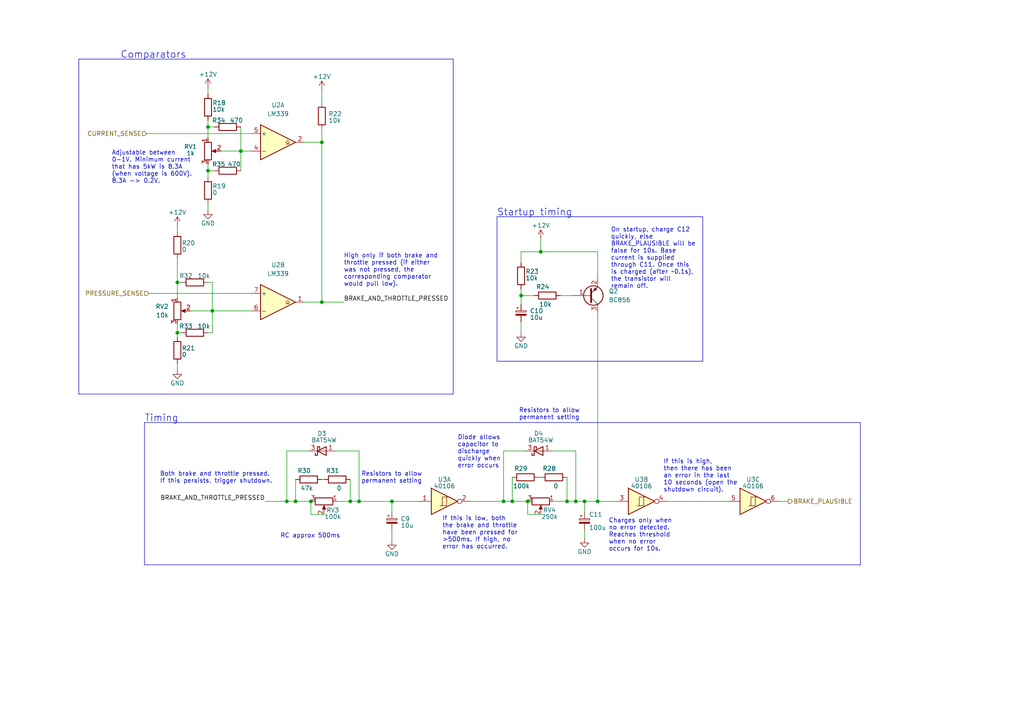
<source format=kicad_sch>
(kicad_sch (version 20230121) (generator eeschema)
  (paper "A4")
  (title_block (title "BSPD") (date "2023-04-02") (rev "1.1.0") (company "SUFST - Southampton University Formula Student Team") (comment 1 "STAG 9") (comment 2 "Joe Pater") (comment 3 "Marek Frodyma, Tim Brewis"))
  (lib_symbols
    (symbol "4xxx:40106" (pin_names (offset 1.016))
      (property "Reference" "U" (at 0 1.27 0))
      (property "Value" "40106" (at 0 -1.27 0))
      (symbol "40106_1_0"
        (polyline (pts (xy -0.635 -1.27) (xy -0.635 1.27) (xy 0.635 1.27)))
        (polyline (pts (xy -3.81 3.81) (xy -3.81 -3.81) (xy 3.81 0) (xy -3.81 3.81)) (stroke (width 0.254)) (fill (type background)))
        (polyline (pts (xy -1.27 -1.27) (xy 0.635 -1.27) (xy 0.635 1.27) (xy 1.27 1.27)))
        (pin input line (at -7.62 0 0) (length 3.81) (name "~") (number "1"))
        (pin output inverted (at 7.62 0 180) (length 3.81) (name "~") (number "2"))
      )
      (symbol "40106_2_0"
        (polyline (pts (xy -0.635 -1.27) (xy -0.635 1.27) (xy 0.635 1.27)))
        (polyline (pts (xy -3.81 3.81) (xy -3.81 -3.81) (xy 3.81 0) (xy -3.81 3.81)) (stroke (width 0.254)) (fill (type background)))
        (polyline (pts (xy -1.27 -1.27) (xy 0.635 -1.27) (xy 0.635 1.27) (xy 1.27 1.27)))
        (pin input line (at -7.62 0 0) (length 3.81) (name "~") (number "3"))
        (pin output inverted (at 7.62 0 180) (length 3.81) (name "~") (number "4"))
      )
      (symbol "40106_3_0"
        (polyline (pts (xy -0.635 -1.27) (xy -0.635 1.27) (xy 0.635 1.27)))
        (polyline (pts (xy -3.81 3.81) (xy -3.81 -3.81) (xy 3.81 0) (xy -3.81 3.81)) (stroke (width 0.254)) (fill (type background)))
        (polyline (pts (xy -1.27 -1.27) (xy 0.635 -1.27) (xy 0.635 1.27) (xy 1.27 1.27)))
        (pin input line (at -7.62 0 0) (length 3.81) (name "~") (number "5"))
        (pin output inverted (at 7.62 0 180) (length 3.81) (name "~") (number "6"))
      )
      (symbol "40106_4_0"
        (polyline (pts (xy -0.635 -1.27) (xy -0.635 1.27) (xy 0.635 1.27)))
        (polyline (pts (xy -3.81 3.81) (xy -3.81 -3.81) (xy 3.81 0) (xy -3.81 3.81)) (stroke (width 0.254)) (fill (type background)))
        (polyline (pts (xy -1.27 -1.27) (xy 0.635 -1.27) (xy 0.635 1.27) (xy 1.27 1.27)))
        (pin output inverted (at 7.62 0 180) (length 3.81) (name "~") (number "8"))
        (pin input line (at -7.62 0 0) (length 3.81) (name "~") (number "9"))
      )
      (symbol "40106_5_0"
        (polyline (pts (xy -0.635 -1.27) (xy -0.635 1.27) (xy 0.635 1.27)))
        (polyline (pts (xy -3.81 3.81) (xy -3.81 -3.81) (xy 3.81 0) (xy -3.81 3.81)) (stroke (width 0.254)) (fill (type background)))
        (polyline (pts (xy -1.27 -1.27) (xy 0.635 -1.27) (xy 0.635 1.27) (xy 1.27 1.27)))
        (pin output inverted (at 7.62 0 180) (length 3.81) (name "~") (number "10"))
        (pin input line (at -7.62 0 0) (length 3.81) (name "~") (number "11"))
      )
      (symbol "40106_6_0"
        (polyline (pts (xy -0.635 -1.27) (xy -0.635 1.27) (xy 0.635 1.27)))
        (polyline (pts (xy -3.81 3.81) (xy -3.81 -3.81) (xy 3.81 0) (xy -3.81 3.81)) (stroke (width 0.254)) (fill (type background)))
        (polyline (pts (xy -1.27 -1.27) (xy 0.635 -1.27) (xy 0.635 1.27) (xy 1.27 1.27)))
        (pin output inverted (at 7.62 0 180) (length 3.81) (name "~") (number "12"))
        (pin input line (at -7.62 0 0) (length 3.81) (name "~") (number "13"))
      )
      (symbol "40106_7_0"
        (pin power_in line (at 0 12.7 270) (length 5.08) (name "VDD") (number "14"))
        (pin power_in line (at 0 -12.7 90) (length 5.08) (name "VSS") (number "7"))
      )
      (symbol "40106_7_1"
        (rectangle (start -5.08 7.62) (end 5.08 -7.62) (stroke (width 0.254)) (fill (type background)))
      )
    )
    (symbol "Comparator:LM339" (pin_names (offset 0.127))
      (property "Reference" "U" (at 0 5.08 0))
      (property "Value" "LM339" (at 0 -5.08 0))
      (symbol "LM339_1_1"
        (polyline (pts (xy -5.08 5.08) (xy 5.08 0) (xy -5.08 -5.08) (xy -5.08 5.08)) (stroke (width 0.254)) (fill (type background)))
        (polyline (pts (xy 3.302 -0.508) (xy 2.794 -0.508) (xy 3.302 0) (xy 2.794 0.508) (xy 2.286 0) (xy 2.794 -0.508) (xy 2.286 -0.508)) (stroke (width 0.127)))
        (pin open_collector line (at 7.62 0 180) (length 2.54) (name "~") (number "2"))
        (pin input line (at -7.62 -2.54 0) (length 2.54) (name "-") (number "4"))
        (pin input line (at -7.62 2.54 0) (length 2.54) (name "+") (number "5"))
      )
      (symbol "LM339_2_1"
        (polyline (pts (xy -5.08 5.08) (xy 5.08 0) (xy -5.08 -5.08) (xy -5.08 5.08)) (stroke (width 0.254)) (fill (type background)))
        (polyline (pts (xy 3.302 -0.508) (xy 2.794 -0.508) (xy 3.302 0) (xy 2.794 0.508) (xy 2.286 0) (xy 2.794 -0.508) (xy 2.286 -0.508)) (stroke (width 0.127)))
        (pin open_collector line (at 7.62 0 180) (length 2.54) (name "~") (number "1"))
        (pin input line (at -7.62 -2.54 0) (length 2.54) (name "-") (number "6"))
        (pin input line (at -7.62 2.54 0) (length 2.54) (name "+") (number "7"))
      )
      (symbol "LM339_3_1"
        (polyline (pts (xy -5.08 5.08) (xy 5.08 0) (xy -5.08 -5.08) (xy -5.08 5.08)) (stroke (width 0.254)) (fill (type background)))
        (polyline (pts (xy 3.302 -0.508) (xy 2.794 -0.508) (xy 3.302 0) (xy 2.794 0.508) (xy 2.286 0) (xy 2.794 -0.508) (xy 2.286 -0.508)) (stroke (width 0.127)))
        (pin input line (at -7.62 -2.54 0) (length 2.54) (name "-") (number "10"))
        (pin input line (at -7.62 2.54 0) (length 2.54) (name "+") (number "11"))
        (pin open_collector line (at 7.62 0 180) (length 2.54) (name "~") (number "13"))
      )
      (symbol "LM339_4_1"
        (polyline (pts (xy -5.08 5.08) (xy 5.08 0) (xy -5.08 -5.08) (xy -5.08 5.08)) (stroke (width 0.254)) (fill (type background)))
        (polyline (pts (xy 3.302 -0.508) (xy 2.794 -0.508) (xy 3.302 0) (xy 2.794 0.508) (xy 2.286 0) (xy 2.794 -0.508) (xy 2.286 -0.508)) (stroke (width 0.127)))
        (pin open_collector line (at 7.62 0 180) (length 2.54) (name "~") (number "14"))
        (pin input line (at -7.62 -2.54 0) (length 2.54) (name "-") (number "8"))
        (pin input line (at -7.62 2.54 0) (length 2.54) (name "+") (number "9"))
      )
      (symbol "LM339_5_1"
        (pin power_in line (at -2.54 -7.62 90) (length 3.81) (name "V-") (number "12"))
        (pin power_in line (at -2.54 7.62 270) (length 3.81) (name "V+") (number "3"))
      )
    )
    (symbol "Device:C_Polarized_Small" (pin_numbers hide) (pin_names (offset 0.254) hide)
      (property "Reference" "C" (at 0.254 1.778 0))
      (property "Value" "C_Polarized_Small" (at 0.254 -2.032 0))
      (symbol "C_Polarized_Small_0_1"
        (rectangle (start -1.524 -0.3048) (end 1.524 -0.6858) (fill (type outline)))
        (rectangle (start -1.524 0.6858) (end 1.524 0.3048))
        (polyline (pts (xy -1.27 1.524) (xy -0.762 1.524)))
        (polyline (pts (xy -1.016 1.27) (xy -1.016 1.778)))
      )
      (symbol "C_Polarized_Small_1_1"
        (pin passive line (at 0 2.54 270) (length 1.8542) (name "~") (number "1"))
        (pin passive line (at 0 -2.54 90) (length 1.8542) (name "~") (number "2"))
      )
    )
    (symbol "Device:R" (pin_numbers hide) (pin_names (offset 0))
      (property "Reference" "R" (at 2.032 0 90))
      (property "Value" "R" (at 0 0 90))
      (symbol "R_0_1"
        (rectangle (start -1.016 -2.54) (end 1.016 2.54) (stroke (width 0.254)))
      )
      (symbol "R_1_1"
        (pin passive line (at 0 3.81 270) (length 1.27) (name "~") (number "1"))
        (pin passive line (at 0 -3.81 90) (length 1.27) (name "~") (number "2"))
      )
    )
    (symbol "Device:R_Potentiometer" (pin_names (offset 1.016) hide)
      (property "Reference" "RV" (at -4.445 0 90))
      (property "Value" "R_Potentiometer" (at -2.54 0 90))
      (symbol "R_Potentiometer_0_1"
        (polyline (pts (xy 2.54 0) (xy 1.524 0)))
        (polyline (pts (xy 1.143 0) (xy 2.286 0.508) (xy 2.286 -0.508) (xy 1.143 0)) (fill (type outline)))
        (rectangle (start 1.016 2.54) (end -1.016 -2.54) (stroke (width 0.254)))
      )
      (symbol "R_Potentiometer_1_1"
        (pin passive line (at 0 3.81 270) (length 1.27) (name "1") (number "1"))
        (pin passive line (at 3.81 0 180) (length 1.27) (name "2") (number "2"))
        (pin passive line (at 0 -3.81 90) (length 1.27) (name "3") (number "3"))
      )
    )
    (symbol "Diode:BAT54W" (pin_names (offset 1.016) hide)
      (property "Reference" "D" (at 0 2.54 0))
      (property "Value" "BAT54W" (at 0 -2.54 0))
      (symbol "BAT54W_0_1"
        (polyline (pts (xy 1.27 0) (xy -1.27 0)))
        (polyline (pts (xy 1.27 1.27) (xy 1.27 -1.27) (xy -1.27 0) (xy 1.27 1.27)) (stroke (width 0.254)))
        (polyline (pts (xy -1.905 0.635) (xy -1.905 1.27) (xy -1.27 1.27) (xy -1.27 -1.27) (xy -0.635 -1.27) (xy -0.635 -0.635)) (stroke (width 0.254)))
      )
      (symbol "BAT54W_1_1"
        (pin passive line (at 3.81 0 180) (length 2.54) (name "A") (number "1"))
        (pin no_connect line (at 0 0 90) (length 2.54) hide (name "NC") (number "2"))
        (pin passive line (at -3.81 0 0) (length 2.54) (name "K") (number "3"))
      )
    )
    (symbol "Transistor_BJT:BC856" (pin_names (offset 0) hide)
      (property "Reference" "Q" (at 5.08 1.905 0))
      (property "Value" "BC856" (at 5.08 0 0))
      (symbol "BC856_0_1"
        (polyline (pts (xy 0.635 0.635) (xy 2.54 2.54)))
        (polyline (pts (xy 0.635 -0.635) (xy 2.54 -2.54) (xy 2.54 -2.54)))
        (polyline (pts (xy 0.635 1.905) (xy 0.635 -1.905) (xy 0.635 -1.905)) (stroke (width 0.508)))
        (polyline (pts (xy 2.286 -1.778) (xy 1.778 -2.286) (xy 1.27 -1.27) (xy 2.286 -1.778) (xy 2.286 -1.778)) (fill (type outline)))
        (circle (center 1.27 0) (radius 2.8194) (stroke (width 0.254)))
      )
      (symbol "BC856_1_1"
        (pin input line (at -5.08 0 0) (length 5.715) (name "B") (number "1"))
        (pin passive line (at 2.54 -5.08 90) (length 2.54) (name "E") (number "2"))
        (pin passive line (at 2.54 5.08 270) (length 2.54) (name "C") (number "3"))
      )
    )
    (symbol "power:+12V" (power) (pin_names (offset 0))
      (property "Value" "+12V" (at 0 3.556 0))
      (symbol "+12V_0_1"
        (polyline (pts (xy -0.762 1.27) (xy 0 2.54)))
        (polyline (pts (xy 0 0) (xy 0 2.54)))
        (polyline (pts (xy 0 2.54) (xy 0.762 1.27)))
      )
      (symbol "+12V_1_1"
        (pin power_in line (at 0 0 90) (length 0) hide (name "+12V") (number "1"))
      )
    )
    (symbol "power:GND" (power) (pin_names (offset 0))
      (property "Value" "GND" (at 0 -3.81 0))
      (symbol "GND_0_1"
        (polyline (pts (xy 0 0) (xy 0 -1.27) (xy 1.27 -1.27) (xy 0 -2.54) (xy -1.27 -1.27) (xy 0 -1.27)))
      )
      (symbol "GND_1_1"
        (pin power_in line (at 0 0 270) (length 0) hide (name "GND") (number "1"))
      )
    )
  )
  (junction (at 146.05 145.415))
  (junction (at 167.005 145.415))
  (junction (at 90.17 145.415))
  (junction (at 51.435 81.915))
  (junction (at 169.545 145.415))
  (junction (at 51.435 96.52))
  (junction (at 151.13 85.725))
  (junction (at 153.035 145.415))
  (junction (at 61.595 90.17))
  (junction (at 93.345 87.63))
  (junction (at 60.325 36.83))
  (junction (at 164.465 145.415))
  (junction (at 101.6 145.415))
  (junction (at 113.665 145.415))
  (junction (at 104.14 145.415))
  (junction (at 156.845 73.025))
  (junction (at 173.355 145.415))
  (junction (at 60.325 49.53))
  (junction (at 83.185 145.415))
  (junction (at 148.59 145.415))
  (junction (at 85.725 145.415))
  (junction (at 69.85 43.815))
  (junction (at 93.345 41.275))
  (wire (pts (xy 60.325 34.925) (xy 60.325 36.83)))
  (wire (pts (xy 151.13 85.725) (xy 151.13 88.265)))
  (wire (pts (xy 160.655 145.415) (xy 164.465 145.415)))
  (wire (pts (xy 60.325 36.83) (xy 62.23 36.83)))
  (polyline (pts (xy 41.91 163.83) (xy 249.555 163.83)))
  (wire (pts (xy 93.345 26.035) (xy 93.345 29.845)))
  (polyline (pts (xy 203.835 62.865) (xy 144.145 62.865)))
  (wire (pts (xy 90.17 149.225) (xy 90.17 145.415)))
  (wire (pts (xy 160.02 130.81) (xy 167.005 130.81)))
  (wire (pts (xy 104.14 130.81) (xy 104.14 145.415)))
  (wire (pts (xy 152.4 130.81) (xy 146.05 130.81)))
  (wire (pts (xy 146.05 130.81) (xy 146.05 145.415)))
  (wire (pts (xy 101.6 139.065) (xy 101.6 145.415)))
  (wire (pts (xy 113.665 145.415) (xy 121.285 145.415)))
  (wire (pts (xy 93.345 37.465) (xy 93.345 41.275)))
  (wire (pts (xy 156.21 138.43) (xy 156.845 138.43)))
  (wire (pts (xy 60.325 47.625) (xy 60.325 49.53)))
  (wire (pts (xy 60.325 49.53) (xy 62.23 49.53)))
  (wire (pts (xy 151.13 85.725) (xy 154.94 85.725)))
  (wire (pts (xy 93.98 149.225) (xy 90.17 149.225)))
  (wire (pts (xy 60.325 49.53) (xy 60.325 51.435)))
  (wire (pts (xy 69.85 43.815) (xy 73.025 43.815)))
  (wire (pts (xy 156.845 149.225) (xy 153.035 149.225)))
  (wire (pts (xy 162.56 85.725) (xy 165.735 85.725)))
  (wire (pts (xy 173.355 90.805) (xy 173.355 145.415)))
  (polyline (pts (xy 41.91 122.555) (xy 249.555 122.555)))
  (wire (pts (xy 167.005 145.415) (xy 169.545 145.415)))
  (wire (pts (xy 148.59 138.43) (xy 148.59 145.415)))
  (polyline (pts (xy 131.445 114.3) (xy 131.445 17.145)))
  (wire (pts (xy 226.06 145.415) (xy 228.6 145.415)))
  (wire (pts (xy 173.355 73.025) (xy 173.355 80.645)))
  (wire (pts (xy 93.345 87.63) (xy 88.265 87.63)))
  (wire (pts (xy 51.435 105.41) (xy 51.435 107.315)))
  (wire (pts (xy 60.325 96.52) (xy 61.595 96.52)))
  (wire (pts (xy 151.13 73.025) (xy 156.845 73.025)))
  (wire (pts (xy 61.595 96.52) (xy 61.595 90.17)))
  (wire (pts (xy 93.345 41.275) (xy 93.345 87.63)))
  (wire (pts (xy 51.435 96.52) (xy 52.705 96.52)))
  (wire (pts (xy 164.465 145.415) (xy 167.005 145.415)))
  (wire (pts (xy 60.325 36.83) (xy 60.325 40.005)))
  (polyline (pts (xy 22.86 114.3) (xy 131.445 114.3)))
  (wire (pts (xy 60.325 59.055) (xy 60.325 60.96)))
  (polyline (pts (xy 41.91 122.555) (xy 41.91 163.83)))
  (wire (pts (xy 60.325 25.4) (xy 60.325 27.305)))
  (wire (pts (xy 164.465 138.43) (xy 164.465 145.415)))
  (wire (pts (xy 42.545 38.735) (xy 73.025 38.735)))
  (wire (pts (xy 169.545 145.415) (xy 173.355 145.415)))
  (wire (pts (xy 151.13 76.2) (xy 151.13 73.025)))
  (wire (pts (xy 93.345 87.63) (xy 99.695 87.63)))
  (polyline (pts (xy 144.145 62.865) (xy 144.145 104.775)))
  (wire (pts (xy 113.665 153.67) (xy 113.665 156.845)))
  (wire (pts (xy 55.245 90.17) (xy 61.595 90.17)))
  (wire (pts (xy 153.035 149.225) (xy 153.035 145.415)))
  (polyline (pts (xy 144.145 104.775) (xy 203.835 104.775)))
  (wire (pts (xy 104.14 145.415) (xy 101.6 145.415)))
  (wire (pts (xy 85.725 139.065) (xy 85.725 145.415)))
  (wire (pts (xy 69.85 36.83) (xy 69.85 43.815)))
  (wire (pts (xy 83.185 130.81) (xy 83.185 145.415)))
  (wire (pts (xy 193.675 145.415) (xy 210.82 145.415)))
  (wire (pts (xy 51.435 65.405) (xy 51.435 67.31)))
  (polyline (pts (xy 22.86 17.145) (xy 22.86 114.3)))
  (wire (pts (xy 173.355 145.415) (xy 178.435 145.415)))
  (wire (pts (xy 136.525 145.415) (xy 146.05 145.415)))
  (wire (pts (xy 167.005 130.81) (xy 167.005 145.415)))
  (wire (pts (xy 156.845 69.215) (xy 156.845 73.025)))
  (wire (pts (xy 69.85 43.815) (xy 69.85 49.53)))
  (wire (pts (xy 88.265 41.275) (xy 93.345 41.275)))
  (wire (pts (xy 51.435 93.98) (xy 51.435 96.52)))
  (wire (pts (xy 51.435 74.93) (xy 51.435 81.915)))
  (wire (pts (xy 83.185 145.415) (xy 85.725 145.415)))
  (wire (pts (xy 97.155 130.81) (xy 104.14 130.81)))
  (wire (pts (xy 51.435 96.52) (xy 51.435 97.79)))
  (wire (pts (xy 60.325 81.915) (xy 61.595 81.915)))
  (wire (pts (xy 76.835 145.415) (xy 83.185 145.415)))
  (wire (pts (xy 51.435 81.915) (xy 51.435 86.36)))
  (wire (pts (xy 148.59 145.415) (xy 153.035 145.415)))
  (wire (pts (xy 151.13 93.345) (xy 151.13 96.52)))
  (wire (pts (xy 89.535 130.81) (xy 83.185 130.81)))
  (wire (pts (xy 61.595 81.915) (xy 61.595 90.17)))
  (wire (pts (xy 61.595 90.17) (xy 73.025 90.17)))
  (wire (pts (xy 113.665 145.415) (xy 104.14 145.415)))
  (wire (pts (xy 85.725 145.415) (xy 90.17 145.415)))
  (wire (pts (xy 156.845 73.025) (xy 173.355 73.025)))
  (polyline (pts (xy 249.555 163.83) (xy 249.555 122.555)))
  (polyline (pts (xy 203.835 104.775) (xy 203.835 62.865)))
  (wire (pts (xy 43.18 85.09) (xy 73.025 85.09)))
  (wire (pts (xy 151.13 83.82) (xy 151.13 85.725)))
  (wire (pts (xy 169.545 148.59) (xy 169.545 145.415)))
  (wire (pts (xy 93.345 139.065) (xy 93.98 139.065)))
  (wire (pts (xy 64.135 43.815) (xy 69.85 43.815)))
  (wire (pts (xy 169.545 153.67) (xy 169.545 156.21)))
  (polyline (pts (xy 22.86 17.145) (xy 131.445 17.145)))
  (wire (pts (xy 51.435 81.915) (xy 52.705 81.915)))
  (wire (pts (xy 146.05 145.415) (xy 148.59 145.415)))
  (polyline (pts (xy 144.145 62.865) (xy 144.145 62.865)))
  (wire (pts (xy 113.665 148.59) (xy 113.665 145.415)))
  (wire (pts (xy 97.79 145.415) (xy 101.6 145.415)))
  (text "Charges only when\nno error detected.\nReaches threshold\nwhen no error\noccurs for 10s." (at 176.53 160.02 0) (effects (font (size 1.27 1.27)) (justify left bottom)))
  (text "RC approx 500ms" (at 81.28 156.21 0) (effects (font (size 1.27 1.27)) (justify left bottom)))
  (text "Comparators" (at 34.925 17.145 0) (effects (font (size 2 2)) (justify left bottom)))
  (text "High only if both brake and\nthrottle pressed (if either\nwas not pressed, the\ncorresponding comparator\nwould pull low)." (at 99.695 83.185 0) (effects (font (size 1.27 1.27)) (justify left bottom)))
  (text "Resistors to allow \npermanent setting" (at 150.495 121.92 0) (effects (font (size 1.27 1.27)) (justify left bottom)))
  (text "Both brake and throttle pressed.\nIf this persists, trigger shutdown." (at 46.355 140.335 0) (effects (font (size 1.27 1.27)) (justify left bottom)))
  (text "Resistors to allow \npermanent setting" (at 104.775 140.335 0) (effects (font (size 1.27 1.27)) (justify left bottom)))
  (text "On startup, charge C12\nquickly, else\nBRAKE_PLAUSIBLE will be\nfalse for 10s. Base\ncurrent is supplied\nthrough C11. Once this\nis charged (after ~0.1s),\nthe transistor will\nremain off." (at 177.165 83.82 0) (effects (font (size 1.27 1.27)) (justify left bottom)))
  (text "If this is high,\nthen there has been\nan error in the last\n10 seconds (open the\nshutdown circuit)." (at 192.405 142.875 0) (effects (font (size 1.27 1.27)) (justify left bottom)))
  (text "Startup timing" (at 144.145 62.865 0) (effects (font (size 2 2)) (justify left bottom)))
  (text "If this is low, both\nthe brake and throttle\nhave been pressed for\n>500ms. If high, no\nerror has occurred." (at 128.27 159.385 0) (effects (font (size 1.27 1.27)) (justify left bottom)))
  (text "Timing" (at 41.91 122.555 0) (effects (font (size 2 2)) (justify left bottom)))
  (text "Adjustable between\n0-1V. Minimum current\nthat has 5kW is 8.3A\n(when voltage is 600V).\n8.3A -> 0.2V." (at 32.385 53.34 0) (effects (font (size 1.27 1.27)) (justify left bottom)))
  (text "Diode allows \ncapacitor to\ndischarge \nquickly when \nerror occurs\n" (at 132.715 135.89 0) (effects (font (size 1.27 1.27)) (justify left bottom)))
  (label "BRAKE_AND_THROTTLE_PRESSED" (at 99.695 87.63 0))
  (label "BRAKE_AND_THROTTLE_PRESSED" (at 76.835 145.415 180))
  (hierarchical_label "BRAKE_PLAUSIBLE" (shape output) (at 228.6 145.415 0))
  (hierarchical_label "PRESSURE_SENSE" (shape input) (at 43.18 85.09 180))
  (hierarchical_label "CURRENT_SENSE" (shape input) (at 42.545 38.735 180))
  (symbol (lib_id "power:+12V") (at 60.325 25.4 0) (unit 1)
    (property "Reference" "#PWR035" (effects hide))
    (property "Value" "+12V" (at 60.325 21.59 0))
  )
  (symbol (lib_id "power:+12V") (at 51.435 65.405 0) (unit 1)
    (property "Reference" "#PWR037" (effects hide))
    (property "Value" "+12V" (at 51.435 61.595 0))
  )
  (symbol (lib_id "power:GND") (at 60.325 60.96 0) (unit 1)
    (property "Reference" "#PWR036" (effects hide))
    (property "Value" "GND" (at 60.325 64.77 0))
  )
  (symbol (lib_id "Device:R") (at 93.345 33.655 0) (unit 1)
    (property "Reference" "R22" (at 95.25 33.02 0) (effects (justify left)))
    (property "Value" "10k" (at 95.25 34.925 0) (effects (justify left)))
    (property "Footprint" "Resistor_SMD:R_0805_2012Metric_Pad1.20x1.40mm_HandSolder" (effects hide))
    (property "Order Code" "594-MCT06030F1002BP1" (effects hide))
    (property "Supplier" "Mouser" (effects hide))
  )
  (symbol (lib_id "Device:R") (at 51.435 101.6 0) (unit 1)
    (property "Reference" "R21" (at 52.705 100.965 0) (effects (justify left)))
    (property "Value" "0" (at 52.705 102.87 0) (effects (justify left)))
    (property "Footprint" "Resistor_SMD:R_0805_2012Metric_Pad1.20x1.40mm_HandSolder" (effects hide))
  )
  (symbol (lib_id "Device:C_Polarized_Small") (at 169.545 151.13 0) (unit 1)
    (property "Reference" "C11" (at 170.815 149.225 0) (effects (justify left)))
    (property "Value" "100u" (at 170.815 153.035 0) (effects (justify left)))
    (property "Footprint" "Capacitor_THT:CP_Radial_D5.0mm_P2.00mm" (effects hide))
    (property "Order Code" "594-MAL213651101E3" (effects hide))
    (property "Supplier" "Mouser" (effects hide))
  )
  (symbol (lib_id "Device:R") (at 51.435 71.12 0) (unit 1)
    (property "Reference" "R20" (at 52.705 70.485 0) (effects (justify left)))
    (property "Value" "0" (at 52.705 72.39 0) (effects (justify left)))
    (property "Footprint" "Resistor_SMD:R_0805_2012Metric_Pad1.20x1.40mm_HandSolder" (effects hide))
  )
  (symbol (lib_id "Device:R_Potentiometer") (at 60.325 43.815 0) (unit 1)
    (property "Reference" "RV1" (at 57.15 42.545 0) (effects (justify right)))
    (property "Value" "1k" (at 56.515 44.45 0) (effects (justify right)))
    (property "Footprint" "Potentiometer_THT:Potentiometer_Bourns_3266W_Vertical" (effects hide))
    (property "Order Code" "652-3296Y-1-102LF" (effects hide))
    (property "Supplier" "Mouser" (effects hide))
  )
  (symbol (lib_id "Transistor_BJT:BC856") (at 170.815 85.725 0) (mirror x) (unit 1)
    (property "Reference" "Q2" (at 176.53 84.455 0) (effects (justify left)))
    (property "Value" "BC856" (at 176.53 86.995 0) (effects (justify left)))
    (property "Footprint" "Package_TO_SOT_SMD:SOT-23" (effects hide))
    (property "Datasheet" "https://www.onsemi.com/pub/Collateral/BC860-D.pdf" (effects hide))
  )
  (symbol (lib_id "power:+12V") (at 156.845 69.215 0) (unit 1)
    (property "Reference" "#PWR042" (effects hide))
    (property "Value" "+12V" (at 156.845 65.405 0))
  )
  (symbol (lib_id "Device:R") (at 151.13 80.01 0) (unit 1)
    (property "Reference" "R23" (at 152.4 78.74 0) (effects (justify left)))
    (property "Value" "10k" (at 152.4 80.645 0) (effects (justify left)))
    (property "Footprint" "Resistor_SMD:R_0805_2012Metric_Pad1.20x1.40mm_HandSolder" (effects hide))
    (property "Order Code" "594-MCT06030F1002BP1" (effects hide))
    (property "Supplier" "Mouser" (effects hide))
  )
  (symbol (lib_id "power:GND") (at 113.665 156.845 0) (unit 1)
    (property "Reference" "#PWR040" (effects hide))
    (property "Value" "GND" (at 113.665 160.655 0))
  )
  (symbol (lib_id "Device:R") (at 152.4 138.43 90) (unit 1)
    (property "Reference" "R29" (at 153.035 135.89 90) (effects (justify left)))
    (property "Value" "100k" (at 153.67 140.97 90) (effects (justify left)))
    (property "Footprint" "Resistor_SMD:R_0805_2012Metric_Pad1.20x1.40mm_HandSolder" (effects hide))
    (property "Order Code" "594-MCT06030F1002BP1" (effects hide))
    (property "Supplier" "Mouser" (effects hide))
  )
  (symbol (lib_id "Comparator:LM339") (at 80.645 87.63 0) (unit 2)
    (property "Reference" "U2" (at 80.645 76.835 0))
    (property "Value" "LM339" (at 80.645 79.375 0))
    (property "Footprint" "Package_SO:SOIC-14_3.9x8.7mm_P1.27mm" (effects hide))
    (property "Datasheet" "https://www.st.com/resource/en/datasheet/lm139.pdf" (effects hide))
    (property "Supplier" "Mouser" (effects hide))
    (property "Order Code" "595-LM339DR" (effects hide))
  )
  (symbol (lib_id "power:GND") (at 169.545 156.21 0) (unit 1)
    (property "Reference" "#PWR043" (effects hide))
    (property "Value" "GND" (at 169.545 160.02 0))
  )
  (symbol (lib_id "Device:R") (at 56.515 81.915 90) (unit 1)
    (property "Reference" "R32" (at 55.88 80.01 90) (effects (justify left)))
    (property "Value" "10k" (at 60.96 80.01 90) (effects (justify left)))
    (property "Footprint" "Resistor_SMD:R_0805_2012Metric_Pad1.20x1.40mm_HandSolder" (effects hide))
    (property "Order Code" "594-MCT06030F1002BP1" (effects hide))
    (property "Supplier" "Mouser" (effects hide))
  )
  (symbol (lib_id "Diode:BAT54W") (at 93.345 130.81 0) (mirror x) (unit 1)
    (property "Reference" "D3" (at 93.345 125.73 0))
    (property "Value" "BAT54W" (at 93.98 127.635 0))
    (property "Footprint" "Package_TO_SOT_SMD:SOT-323_SC-70" (effects hide))
    (property "Datasheet" "https://assets.nexperia.com/documents/data-sheet/BAT54W_SER.pdf" (effects hide))
    (property "Supplier" "Mouser" (effects hide))
    (property "Order Code" "771-BAT54W-T/R" (effects hide))
  )
  (symbol (lib_id "power:GND") (at 151.13 96.52 0) (unit 1)
    (property "Reference" "#PWR041" (effects hide))
    (property "Value" "GND" (at 151.13 100.33 0))
  )
  (symbol (lib_id "Device:R") (at 66.04 49.53 90) (unit 1)
    (property "Reference" "R35" (at 65.405 47.625 90) (effects (justify left)))
    (property "Value" "470" (at 69.85 47.625 90) (effects (justify left)))
    (property "Footprint" "Resistor_SMD:R_0805_2012Metric_Pad1.20x1.40mm_HandSolder" (effects hide))
    (property "Order Code" "594-MCT06030F1002BP1" (effects hide))
    (property "Supplier" "Mouser" (effects hide))
  )
  (symbol (lib_id "Device:R") (at 66.04 36.83 90) (unit 1)
    (property "Reference" "R34" (at 65.405 34.925 90) (effects (justify left)))
    (property "Value" "470" (at 70.485 34.925 90) (effects (justify left)))
    (property "Footprint" "Resistor_SMD:R_0805_2012Metric_Pad1.20x1.40mm_HandSolder" (effects hide))
    (property "Order Code" "594-MCT06030F1002BP1" (effects hide))
    (property "Supplier" "Mouser" (effects hide))
  )
  (symbol (lib_id "Device:R") (at 56.515 96.52 90) (unit 1)
    (property "Reference" "R33" (at 55.88 94.615 90) (effects (justify left)))
    (property "Value" "10k" (at 60.96 94.615 90) (effects (justify left)))
    (property "Footprint" "Resistor_SMD:R_0805_2012Metric_Pad1.20x1.40mm_HandSolder" (effects hide))
    (property "Order Code" "594-MCT06030F1002BP1" (effects hide))
    (property "Supplier" "Mouser" (effects hide))
  )
  (symbol (lib_id "Diode:BAT54W") (at 156.21 130.81 0) (mirror x) (unit 1)
    (property "Reference" "D4" (at 156.21 125.73 0))
    (property "Value" "BAT54W" (at 156.845 127.635 0))
    (property "Footprint" "Package_TO_SOT_SMD:SOT-323_SC-70" (effects hide))
    (property "Datasheet" "https://assets.nexperia.com/documents/data-sheet/BAT54W_SER.pdf" (effects hide))
    (property "Supplier" "Mouser" (effects hide))
    (property "Order Code" "771-BAT54W-T/R" (effects hide))
  )
  (symbol (lib_id "Device:R") (at 60.325 55.245 0) (unit 1)
    (property "Reference" "R19" (at 61.595 53.975 0) (effects (justify left)))
    (property "Value" "0" (at 61.595 55.88 0) (effects (justify left)))
    (property "Footprint" "Resistor_SMD:R_0805_2012Metric_Pad1.20x1.40mm_HandSolder" (effects hide))
  )
  (symbol (lib_id "4xxx:40106") (at 218.44 145.415 0) (unit 3)
    (property "Reference" "U3" (at 218.44 139.065 0))
    (property "Value" "40106" (at 218.44 140.97 0))
    (property "Footprint" "Package_SO:SOIC-14_3.9x8.7mm_P1.27mm" (effects hide))
    (property "Datasheet" "https://assets.nexperia.com/documents/data-sheet/HEF40106B.pdf" (effects hide))
    (property "Supplier" "Mouser" (effects hide))
    (property "Order Code" "771-HEF40106BTD-T" (effects hide))
  )
  (symbol (lib_id "Device:R") (at 160.655 138.43 90) (unit 1)
    (property "Reference" "R28" (at 161.29 135.89 90) (effects (justify left)))
    (property "Value" "0" (at 161.925 140.97 90) (effects (justify left)))
    (property "Footprint" "Resistor_SMD:R_0805_2012Metric_Pad1.20x1.40mm_HandSolder" (effects hide))
    (property "Order Code" "594-MCT06030F1002BP1" (effects hide))
    (property "Supplier" "Mouser" (effects hide))
  )
  (symbol (lib_id "Device:C_Polarized_Small") (at 151.13 90.805 0) (unit 1)
    (property "Reference" "C10" (at 153.67 90.17 0) (effects (justify left)))
    (property "Value" "10u" (at 153.67 92.075 0) (effects (justify left)))
    (property "Footprint" "Capacitor_THT:CP_Radial_D5.0mm_P2.00mm" (effects hide))
    (property "Order Code" "594-MAL203878109E3" (effects hide))
    (property "Supplier" "Mouser" (effects hide))
  )
  (symbol (lib_id "Device:R") (at 158.75 85.725 90) (unit 1)
    (property "Reference" "R24" (at 159.385 83.185 90) (effects (justify left)))
    (property "Value" "10k" (at 160.02 88.265 90) (effects (justify left)))
    (property "Footprint" "Resistor_SMD:R_0805_2012Metric_Pad1.20x1.40mm_HandSolder" (effects hide))
    (property "Order Code" "594-MCT06030F1002BP1" (effects hide))
    (property "Supplier" "Mouser" (effects hide))
  )
  (symbol (lib_id "power:GND") (at 51.435 107.315 0) (unit 1)
    (property "Reference" "#PWR038" (effects hide))
    (property "Value" "GND" (at 51.435 111.125 0))
  )
  (symbol (lib_id "Device:R") (at 97.79 139.065 90) (unit 1)
    (property "Reference" "R31" (at 98.425 136.525 90) (effects (justify left)))
    (property "Value" "0" (at 99.06 141.605 90) (effects (justify left)))
    (property "Footprint" "Resistor_SMD:R_0805_2012Metric_Pad1.20x1.40mm_HandSolder" (effects hide))
    (property "Order Code" "594-MCT06030F1002BP1" (effects hide))
    (property "Supplier" "Mouser" (effects hide))
  )
  (symbol (lib_id "4xxx:40106") (at 186.055 145.415 0) (unit 2)
    (property "Reference" "U3" (at 186.055 139.065 0))
    (property "Value" "40106" (at 186.055 140.97 0))
    (property "Footprint" "Package_SO:SOIC-14_3.9x8.7mm_P1.27mm" (effects hide))
    (property "Datasheet" "https://assets.nexperia.com/documents/data-sheet/HEF40106B.pdf" (effects hide))
    (property "Supplier" "Mouser" (effects hide))
    (property "Order Code" "771-HEF40106BTD-T" (effects hide))
  )
  (symbol (lib_id "Device:R_Potentiometer") (at 93.98 145.415 270) (unit 1)
    (property "Reference" "RV3" (at 96.52 147.955 90))
    (property "Value" "100k" (at 96.52 149.86 90))
    (property "Footprint" "Potentiometer_THT:Potentiometer_Bourns_3266W_Vertical" (effects hide))
    (property "Order Code" "652-3299W-1-104LF" (effects hide))
    (property "Supplier" "Mouser" (effects hide))
  )
  (symbol (lib_id "Device:R_Potentiometer") (at 156.845 145.415 270) (unit 1)
    (property "Reference" "RV4" (at 159.385 147.955 90))
    (property "Value" "250k" (at 159.385 149.86 90))
    (property "Footprint" "Potentiometer_THT:Potentiometer_Bourns_3266W_Vertical" (effects hide))
    (property "Order Code" "652-3362P-1-304LF" (effects hide))
    (property "Supplier" "Mouser" (effects hide))
  )
  (symbol (lib_id "Device:R_Potentiometer") (at 51.435 90.17 0) (unit 1)
    (property "Reference" "RV2" (at 48.895 88.8999 0) (effects (justify right)))
    (property "Value" "10k" (at 48.895 91.4399 0) (effects (justify right)))
    (property "Footprint" "Potentiometer_THT:Potentiometer_Bourns_3266W_Vertical" (effects hide))
    (property "Order Code" "652-3266W-1-103LF" (effects hide))
    (property "Supplier" "Mouser" (effects hide))
  )
  (symbol (lib_id "Device:R") (at 89.535 139.065 90) (unit 1)
    (property "Reference" "R30" (at 90.17 136.525 90) (effects (justify left)))
    (property "Value" "47k" (at 90.805 141.605 90) (effects (justify left)))
    (property "Footprint" "Resistor_SMD:R_0805_2012Metric_Pad1.20x1.40mm_HandSolder" (effects hide))
    (property "Order Code" "594-MCT06030F1002BP1" (effects hide))
    (property "Supplier" "Mouser" (effects hide))
  )
  (symbol (lib_id "Comparator:LM339") (at 80.645 41.275 0) (unit 1)
    (property "Reference" "U2" (at 80.645 30.48 0))
    (property "Value" "LM339" (at 80.645 33.02 0))
    (property "Footprint" "Package_SO:SOIC-14_3.9x8.7mm_P1.27mm" (effects hide))
    (property "Datasheet" "https://www.st.com/resource/en/datasheet/lm139.pdf" (effects hide))
    (property "Supplier" "Mouser" (effects hide))
    (property "Order Code" "595-LM339DR" (effects hide))
  )
  (symbol (lib_id "4xxx:40106") (at 128.905 145.415 0) (unit 1)
    (property "Reference" "U3" (at 128.905 139.065 0))
    (property "Value" "40106" (at 128.905 140.97 0))
    (property "Footprint" "Package_SO:SOIC-14_3.9x8.7mm_P1.27mm" (effects hide))
    (property "Datasheet" "https://assets.nexperia.com/documents/data-sheet/HEF40106B.pdf" (effects hide))
    (property "Supplier" "Mouser" (effects hide))
    (property "Order Code" "771-HEF40106BTD-T" (effects hide))
  )
  (symbol (lib_id "Device:R") (at 60.325 31.115 0) (unit 1)
    (property "Reference" "R18" (at 61.595 29.845 0) (effects (justify left)))
    (property "Value" "10k" (at 61.595 31.75 0) (effects (justify left)))
    (property "Footprint" "Resistor_SMD:R_0805_2012Metric_Pad1.20x1.40mm_HandSolder" (effects hide))
    (property "Order Code" "594-MCT06030F1002BP1" (effects hide))
    (property "Supplier" "Mouser" (effects hide))
  )
  (symbol (lib_id "Device:C_Polarized_Small") (at 113.665 151.13 0) (unit 1)
    (property "Reference" "C9" (at 116.205 150.495 0) (effects (justify left)))
    (property "Value" "10u" (at 116.205 152.4 0) (effects (justify left)))
    (property "Footprint" "Capacitor_THT:CP_Radial_D5.0mm_P2.00mm" (effects hide))
    (property "Order Code" "594-MAL203878109E3" (effects hide))
    (property "Supplier" "Mouser" (effects hide))
  )
  (symbol (lib_id "power:+12V") (at 93.345 26.035 0) (unit 1)
    (property "Reference" "#PWR039" (effects hide))
    (property "Value" "+12V" (at 93.345 22.225 0))
  )
)
</source>
